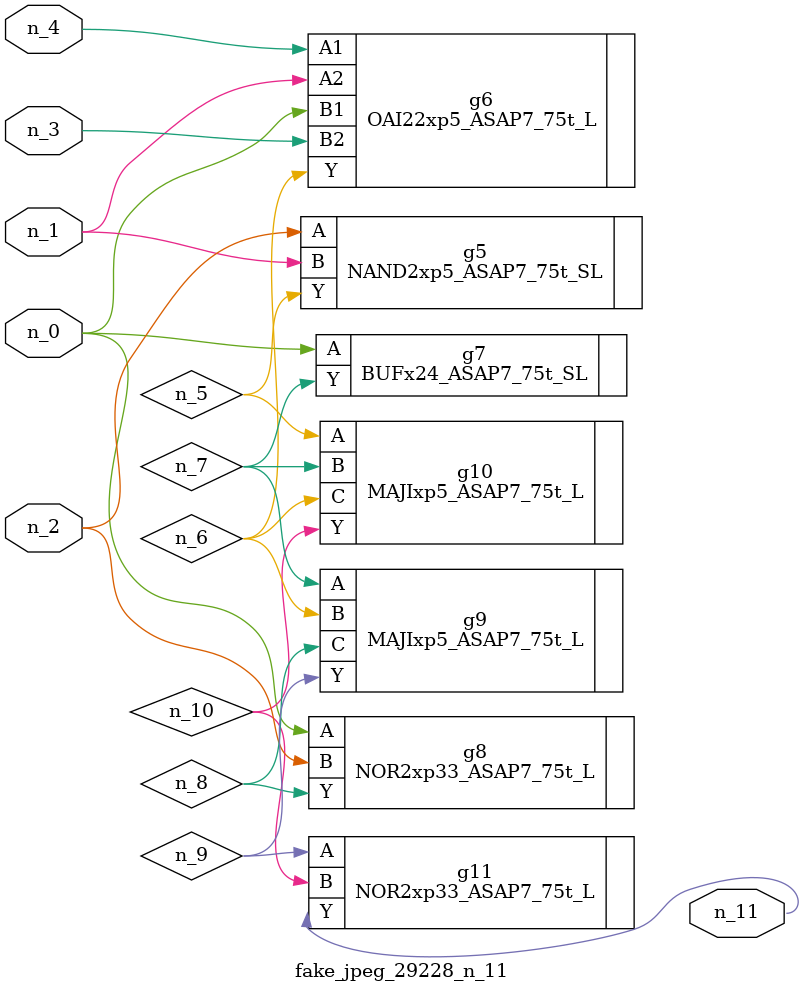
<source format=v>
module fake_jpeg_29228_n_11 (n_3, n_2, n_1, n_0, n_4, n_11);

input n_3;
input n_2;
input n_1;
input n_0;
input n_4;

output n_11;

wire n_10;
wire n_8;
wire n_9;
wire n_6;
wire n_5;
wire n_7;

NAND2xp5_ASAP7_75t_SL g5 ( 
.A(n_2),
.B(n_1),
.Y(n_5)
);

OAI22xp5_ASAP7_75t_L g6 ( 
.A1(n_4),
.A2(n_1),
.B1(n_0),
.B2(n_3),
.Y(n_6)
);

BUFx24_ASAP7_75t_SL g7 ( 
.A(n_0),
.Y(n_7)
);

NOR2xp33_ASAP7_75t_L g8 ( 
.A(n_0),
.B(n_2),
.Y(n_8)
);

MAJIxp5_ASAP7_75t_L g9 ( 
.A(n_7),
.B(n_6),
.C(n_8),
.Y(n_9)
);

NOR2xp33_ASAP7_75t_L g11 ( 
.A(n_9),
.B(n_10),
.Y(n_11)
);

MAJIxp5_ASAP7_75t_L g10 ( 
.A(n_5),
.B(n_7),
.C(n_6),
.Y(n_10)
);


endmodule
</source>
